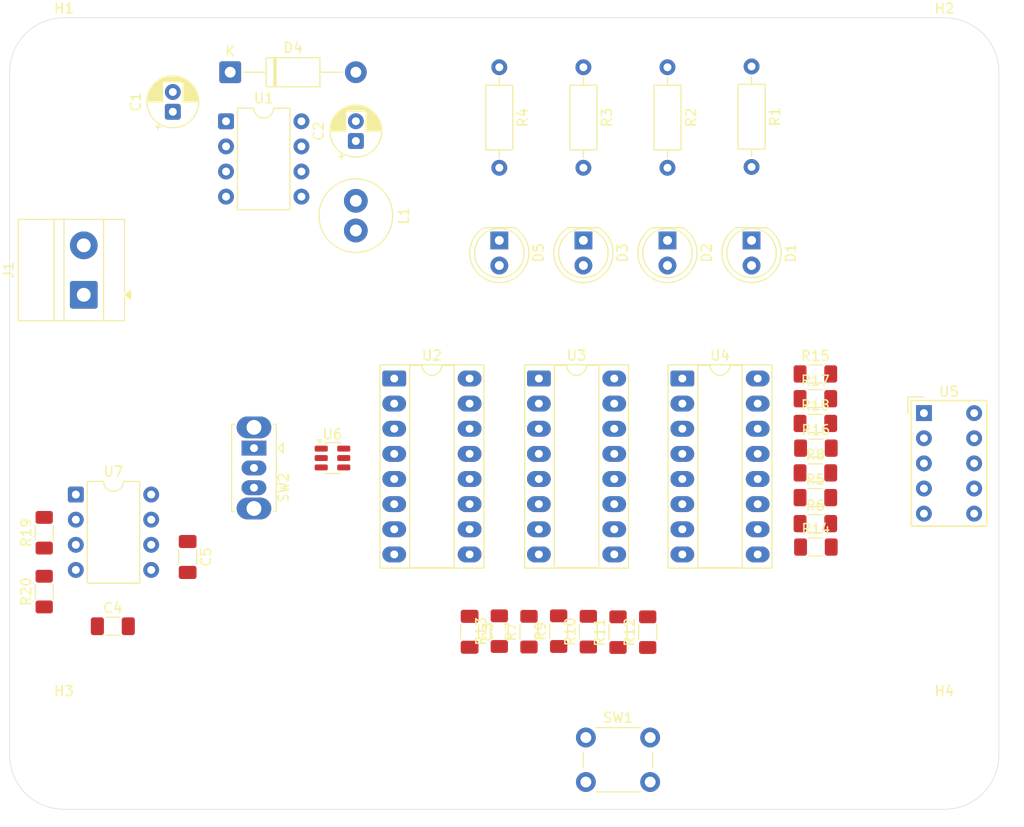
<source format=kicad_pcb>
(kicad_pcb (version 20241229) (generator "pcbnew") (generator_version "9.0")
  (layers (0 "F.Cu" signal) (2 "B.Cu" signal) (13 "F.Paste" user) (15 "B.Paste" user) (5 "F.SilkS" user "F.Silkscreen") (7 "B.SilkS" user "B.Silkscreen") (1 "F.Mask" user) (3 "B.Mask" user) (25 "Edge.Cuts" user))
  (net 0 "")
  (net 1 "VD")
  (net 2 "GND")
  (net 3 "+5V")
  (net 4 "Net-(SW2-A)")
  (net 5 "Net-(U7-THR)")
  (net 6 "Net-(D1-K)")
  (net 7 "Q0")
  (net 8 "Q1")
  (net 9 "Net-(D2-K)")
  (net 10 "Q2")
  (net 11 "Net-(D3-K)")
  (net 12 "Net-(D4-K)")
  (net 13 "Q3")
  (net 14 "Net-(D5-K)")
  (net 15 "Net-(U5-A)")
  (net 16 "Net-(U4-a)")
  (net 17 "Net-(U4-b)")
  (net 18 "Net-(U5-B)")
  (net 19 "Clock")
  (net 20 "Net-(U5-C)")
  (net 21 "Net-(U4-c)")
  (net 22 "Net-(U2A-J)")
  (net 23 "Net-(U2B-J)")
  (net 24 "Net-(U3A-J)")
  (net 25 "Net-(U3B-J)")
  (net 26 "Net-(R13-Pad1)")
  (net 27 "Net-(U5-D)")
  (net 28 "Net-(U4-d)")
  (net 29 "Net-(U4-BI)")
  (net 30 "Net-(U5-E)")
  (net 31 "Net-(U4-e)")
  (net 32 "Net-(U4-f)")
  (net 33 "Net-(U5-F)")
  (net 34 "Net-(U5-G)")
  (net 35 "Net-(U4-g)")
  (net 36 "Net-(U7-DIS)")
  (net 37 "555")
  (net 41 "Reset")
  (net 47 "CLOCK")
  (net 48 "RESET")
  (footprint "Package_DIP:DIP-8_W7.62mm" (layer "F.Cu") (at 122.88 57.46)
    (property "Reference" "U1" (at 3.81 -2.33 0) (layer "F.SilkS"))
    (property "Value" "LM2574N-5")
    (pad "1" thru_hole roundrect (at 0 0) (size 1.6 1.6) (drill 0.8) (layers "*.Cu" "*.Mask") (roundrect_rratio 0.15625) (net 3 "+5V"))
    (pad "2" thru_hole circle (at 0 2.54) (size 1.6 1.6) (drill 0.8) (layers "*.Cu" "*.Mask") (net 2 "GND"))
    (pad "3" thru_hole circle (at 0 5.08) (size 1.6 1.6) (drill 0.8) (layers "*.Cu" "*.Mask") (net 2 "GND"))
    (pad "4" thru_hole circle (at 0 7.62) (size 1.6 1.6) (drill 0.8) (layers "*.Cu" "*.Mask") (net 2 "GND"))
    (pad "5" thru_hole circle (at 7.62 7.62) (size 1.6 1.6) (drill 0.8) (layers "*.Cu" "*.Mask") (net 1 "VD"))
    (pad "6" thru_hole circle (at 7.62 5.08) (size 1.6 1.6) (drill 0.8) (layers "*.Cu" "*.Mask"))
    (pad "7" thru_hole circle (at 7.62 2.54) (size 1.6 1.6) (drill 0.8) (layers "*.Cu" "*.Mask") (net 12 "Net-(D4-K)"))
    (pad "8" thru_hole circle (at 7.62 0) (size 1.6 1.6) (drill 0.8) (layers "*.Cu" "*.Mask"))
  )
  (footprint "Resistor_SMD:R_1206_3216Metric_Pad1.30x1.75mm_HandSolder" (layer "F.Cu") (at 104.5 99.05 90)
    (property "Reference" "R19" (at 0 -1.83 90) (layer "F.SilkS"))
    (property "Value" "47k")
    (pad "1" smd roundrect (at -1.55 0 90) (size 1.3 1.75) (layers "F.Cu" "F.Mask" "F.Paste") (roundrect_rratio 0.192308) (net 3 "+5V"))
    (pad "2" smd roundrect (at 1.55 0 90) (size 1.3 1.75) (layers "F.Cu" "F.Mask" "F.Paste") (roundrect_rratio 0.192308) (net 36 "Net-(U7-DIS)"))
  )
  (footprint "Resistor_SMD:R_1206_3216Metric_Pad1.30x1.75mm_HandSolder" (layer "F.Cu") (at 162.5 109.1 90)
    (property "Reference" "R11" (at 0 -1.83 90) (layer "F.SilkS"))
    (property "Value" "10k")
    (pad "1" smd roundrect (at -1.55 0 90) (size 1.3 1.75) (layers "F.Cu" "F.Mask" "F.Paste") (roundrect_rratio 0.192308) (net 3 "+5V"))
    (pad "2" smd roundrect (at 1.55 0 90) (size 1.3 1.75) (layers "F.Cu" "F.Mask" "F.Paste") (roundrect_rratio 0.192308) (net 24 "Net-(U3A-J)"))
  )
  (footprint "MountingHole:MountingHole_5.5mm" (layer "F.Cu") (at 195.5 121.5)
    (property "Reference" "H4" (at 0 -6.45 0) (layer "F.SilkS"))
    (property "Value" "MountingHole")
    (pad "" np_thru_hole circle (at 0 0) (size 5.5 5.5) (drill 5.5) (layers "*.Cu" "*.Mask"))
  )
  (footprint "Package_DIP:DIP-8_W7.62mm" (layer "F.Cu") (at 107.695 95.19)
    (property "Reference" "U7" (at 3.81 -2.33 0) (layer "F.SilkS"))
    (property "Value" "NE555P")
    (pad "1" thru_hole roundrect (at 0 0) (size 1.6 1.6) (drill 0.8) (layers "*.Cu" "*.Mask") (roundrect_rratio 0.15625) (net 2 "GND"))
    (pad "2" thru_hole circle (at 0 2.54) (size 1.6 1.6) (drill 0.8) (layers "*.Cu" "*.Mask") (net 5 "Net-(U7-THR)"))
    (pad "3" thru_hole circle (at 0 5.08) (size 1.6 1.6) (drill 0.8) (layers "*.Cu" "*.Mask") (net 37 "555"))
    (pad "4" thru_hole circle (at 0 7.62) (size 1.6 1.6) (drill 0.8) (layers "*.Cu" "*.Mask") (net 3 "+5V"))
    (pad "5" thru_hole circle (at 7.62 7.62) (size 1.6 1.6) (drill 0.8) (layers "*.Cu" "*.Mask"))
    (pad "6" thru_hole circle (at 7.62 5.08) (size 1.6 1.6) (drill 0.8) (layers "*.Cu" "*.Mask") (net 5 "Net-(U7-THR)"))
    (pad "7" thru_hole circle (at 7.62 2.54) (size 1.6 1.6) (drill 0.8) (layers "*.Cu" "*.Mask") (net 36 "Net-(U7-DIS)"))
    (pad "8" thru_hole circle (at 7.62 0) (size 1.6 1.6) (drill 0.8) (layers "*.Cu" "*.Mask") (net 3 "+5V"))
  )
  (footprint "Inductor_THT:L_Radial_D7.2mm_P3.00mm_Murata_1700" (layer "F.Cu") (at 136 65.5 -90)
    (property "Reference" "L1" (at 1.5 -4.85 90) (layer "F.SilkS"))
    (property "Value" "330u")
    (pad "1" thru_hole circle (at 0 0 270) (size 2.4 2.4) (drill 1.2) (layers "*.Cu" "*.Mask") (net 12 "Net-(D4-K)"))
    (pad "2" thru_hole circle (at 3 0 270) (size 2.4 2.4) (drill 1.2) (layers "*.Cu" "*.Mask") (net 3 "+5V"))
  )
  (footprint "Resistor_SMD:R_1206_3216Metric_Pad1.30x1.75mm_HandSolder" (layer "F.Cu") (at 104.5 105 90)
    (property "Reference" "R20" (at 0 -1.83 90) (layer "F.SilkS"))
    (property "Value" "47k")
    (pad "1" smd roundrect (at -1.55 0 90) (size 1.3 1.75) (layers "F.Cu" "F.Mask" "F.Paste") (roundrect_rratio 0.192308) (net 36 "Net-(U7-DIS)"))
    (pad "2" smd roundrect (at 1.55 0 90) (size 1.3 1.75) (layers "F.Cu" "F.Mask" "F.Paste") (roundrect_rratio 0.192308) (net 5 "Net-(U7-THR)"))
  )
  (footprint "Capacitor_THT:CP_Radial_D5.0mm_P2.00mm" (layer "F.Cu") (at 136 59.455113 90)
    (property "Reference" "C2" (at 1 -3.75 90) (layer "F.SilkS"))
    (property "Value" "220u")
    (pad "1" thru_hole roundrect (at 0 0 90) (size 1.6 1.6) (drill 0.8) (layers "*.Cu" "*.Mask") (roundrect_rratio 0.15625) (net 3 "+5V"))
    (pad "2" thru_hole circle (at 2 0 90) (size 1.6 1.6) (drill 0.8) (layers "*.Cu" "*.Mask") (net 2 "GND"))
  )
  (footprint "Package_DIP:DIP-16_W7.62mm_Socket_LongPads" (layer "F.Cu") (at 169 83.46)
    (property "Reference" "U4" (at 3.81 -2.33 0) (layer "F.SilkS"))
    (property "Value" "74LS47")
    (pad "1" thru_hole roundrect (at 0 0) (size 2.4 1.6) (drill 0.8) (layers "*.Cu" "*.Mask") (roundrect_rratio 0.15625) (net 8 "Q1"))
    (pad "2" thru_hole oval (at 0 2.54) (size 2.4 1.6) (drill 0.8) (layers "*.Cu" "*.Mask") (net 10 "Q2"))
    (pad "3" thru_hole oval (at 0 5.08) (size 2.4 1.6) (drill 0.8) (layers "*.Cu" "*.Mask") (net 29 "Net-(U4-BI)"))
    (pad "4" thru_hole oval (at 0 7.62) (size 2.4 1.6) (drill 0.8) (layers "*.Cu" "*.Mask") (net 29 "Net-(U4-BI)"))
    (pad "5" thru_hole oval (at 0 10.16) (size 2.4 1.6) (drill 0.8) (layers "*.Cu" "*.Mask") (net 29 "Net-(U4-BI)"))
    (pad "6" thru_hole oval (at 0 12.7) (size 2.4 1.6) (drill 0.8) (layers "*.Cu" "*.Mask") (net 13 "Q3"))
    (pad "7" thru_hole oval (at 0 15.24) (size 2.4 1.6) (drill 0.8) (layers "*.Cu" "*.Mask") (net 7 "Q0"))
    (pad "8" thru_hole oval (at 0 17.78) (size 2.4 1.6) (drill 0.8) (layers "*.Cu" "*.Mask") (net 2 "GND"))
    (pad "9" thru_hole oval (at 7.62 17.78) (size 2.4 1.6) (drill 0.8) (layers "*.Cu" "*.Mask") (net 31 "Net-(U4-e)"))
    (pad "10" thru_hole oval (at 7.62 15.24) (size 2.4 1.6) (drill 0.8) (layers "*.Cu" "*.Mask") (net 28 "Net-(U4-d)"))
    (pad "11" thru_hole oval (at 7.62 12.7) (size 2.4 1.6) (drill 0.8) (layers "*.Cu" "*.Mask") (net 21 "Net-(U4-c)"))
    (pad "12" thru_hole oval (at 7.62 10.16) (size 2.4 1.6) (drill 0.8) (layers "*.Cu" "*.Mask") (net 17 "Net-(U4-b)"))
    (pad "13" thru_hole oval (at 7.62 7.62) (size 2.4 1.6) (drill 0.8) (layers "*.Cu" "*.Mask") (net 16 "Net-(U4-a)"))
    (pad "14" thru_hole oval (at 7.62 5.08) (size 2.4 1.6) (drill 0.8) (layers "*.Cu" "*.Mask") (net 35 "Net-(U4-g)"))
    (pad "15" thru_hole oval (at 7.62 2.54) (size 2.4 1.6) (drill 0.8) (layers "*.Cu" "*.Mask") (net 32 "Net-(U4-f)"))
    (pad "16" thru_hole oval (at 7.62 0) (size 2.4 1.6) (drill 0.8) (layers "*.Cu" "*.Mask"))
  )
  (footprint "LED_THT:LED_D5.0mm" (layer "F.Cu") (at 159 69.5 -90)
    (property "Reference" "D3" (at 1.27 -3.96 90) (layer "F.SilkS"))
    (property "Value" "LED")
    (pad "1" thru_hole rect (at 0 0 270) (size 1.8 1.8) (drill 0.9) (layers "*.Cu" "*.Mask") (net 11 "Net-(D3-K)"))
    (pad "2" thru_hole circle (at 2.54 0 270) (size 1.8 1.8) (drill 0.9) (layers "*.Cu" "*.Mask") (net 10 "Q2"))
  )
  (footprint "Package_DIP:DIP-16_W7.62mm_Socket_LongPads" (layer "F.Cu") (at 139.88 83.46)
    (property "Reference" "U2" (at 3.81 -2.33 0) (layer "F.SilkS"))
    (property "Value" "4027")
    (pad "1" thru_hole roundrect (at 0 0) (size 2.4 1.6) (drill 0.8) (layers "*.Cu" "*.Mask") (roundrect_rratio 0.15625))
    (pad "2" thru_hole oval (at 0 2.54) (size 2.4 1.6) (drill 0.8) (layers "*.Cu" "*.Mask") (net 7 "Q0"))
    (pad "3" thru_hole oval (at 0 5.08) (size 2.4 1.6) (drill 0.8) (layers "*.Cu" "*.Mask") (net 19 "Clock"))
    (pad "4" thru_hole oval (at 0 7.62) (size 2.4 1.6) (drill 0.8) (layers "*.Cu" "*.Mask") (net 2 "GND"))
    (pad "5" thru_hole oval (at 0 10.16) (size 2.4 1.6) (drill 0.8) (layers "*.Cu" "*.Mask") (net 22 "Net-(U2A-J)"))
    (pad "6" thru_hole oval (at 0 12.7) (size 2.4 1.6) (drill 0.8) (layers "*.Cu" "*.Mask") (net 22 "Net-(U2A-J)"))
    (pad "7" thru_hole oval (at 0 15.24) (size 2.4 1.6) (drill 0.8) (layers "*.Cu" "*.Mask") (net 41 "Reset"))
    (pad "8" thru_hole oval (at 0 17.78) (size 2.4 1.6) (drill 0.8) (layers "*.Cu" "*.Mask") (net 2 "GND"))
    (pad "9" thru_hole oval (at 7.62 17.78) (size 2.4 1.6) (drill 0.8) (layers "*.Cu" "*.Mask") (net 41 "Reset"))
    (pad "10" thru_hole oval (at 7.62 15.24) (size 2.4 1.6) (drill 0.8) (layers "*.Cu" "*.Mask") (net 23 "Net-(U2B-J)"))
    (pad "11" thru_hole oval (at 7.62 12.7) (size 2.4 1.6) (drill 0.8) (layers "*.Cu" "*.Mask") (net 23 "Net-(U2B-J)"))
    (pad "12" thru_hole oval (at 7.62 10.16) (size 2.4 1.6) (drill 0.8) (layers "*.Cu" "*.Mask") (net 2 "GND"))
    (pad "13" thru_hole oval (at 7.62 7.62) (size 2.4 1.6) (drill 0.8) (layers "*.Cu" "*.Mask") (net 7 "Q0"))
    (pad "14" thru_hole oval (at 7.62 5.08) (size 2.4 1.6) (drill 0.8) (layers "*.Cu" "*.Mask") (net 8 "Q1"))
    (pad "15" thru_hole oval (at 7.62 2.54) (size 2.4 1.6) (drill 0.8) (layers "*.Cu" "*.Mask"))
    (pad "16" thru_hole oval (at 7.62 0) (size 2.4 1.6) (drill 0.8) (layers "*.Cu" "*.Mask") (net 3 "+5V"))
  )
  (footprint "LED_THT:LED_D5.0mm" (layer "F.Cu") (at 176 69.5 -90)
    (property "Reference" "D1" (at 1.27 -3.96 90) (layer "F.SilkS"))
    (property "Value" "~")
    (pad "1" thru_hole rect (at 0 0 270) (size 1.8 1.8) (drill 0.9) (layers "*.Cu" "*.Mask") (net 6 "Net-(D1-K)"))
    (pad "2" thru_hole circle (at 2.54 0 270) (size 1.8 1.8) (drill 0.9) (layers "*.Cu" "*.Mask") (net 7 "Q0"))
  )
  (footprint "Resistor_SMD:R_1206_3216Metric_Pad1.30x1.75mm_HandSolder" (layer "F.Cu") (at 182.45 83)
    (property "Reference" "R15" (at 0 -1.83 0) (layer "F.SilkS"))
    (property "Value" "10k")
    (pad "1" smd roundrect (at -1.55 0) (size 1.3 1.75) (layers "F.Cu" "F.Mask" "F.Paste") (roundrect_rratio 0.192308) (net 3 "+5V"))
    (pad "2" smd roundrect (at 1.55 0) (size 1.3 1.75) (layers "F.Cu" "F.Mask" "F.Paste") (roundrect_rratio 0.192308) (net 29 "Net-(U4-BI)"))
  )
  (footprint "Capacitor_THT:CP_Radial_D5.0mm_P2.00mm" (layer "F.Cu") (at 117.5 56.5 90)
    (property "Reference" "C1" (at 1 -3.75 90) (layer "F.SilkS"))
    (property "Value" "22u")
    (pad "1" thru_hole roundrect (at 0 0 90) (size 1.6 1.6) (drill 0.8) (layers "*.Cu" "*.Mask") (roundrect_rratio 0.15625) (net 1 "VD"))
    (pad "2" thru_hole circle (at 2 0 90) (size 1.6 1.6) (drill 0.8) (layers "*.Cu" "*.Mask") (net 2 "GND"))
  )
  (footprint "Resistor_THT:R_Axial_DIN0207_L6.3mm_D2.5mm_P10.16mm_Horizontal" (layer "F.Cu") (at 167.5 52 -90)
    (property "Reference" "R2" (at 5.08 -2.37 90) (layer "F.SilkS"))
    (property "Value" "4k7")
    (pad "1" thru_hole circle (at 0 0 270) (size 1.6 1.6) (drill 0.8) (layers "*.Cu" "*.Mask") (net 2 "GND"))
    (pad "2" thru_hole circle (at 10.16 0 270) (size 1.6 1.6) (drill 0.8) (layers "*.Cu" "*.Mask") (net 9 "Net-(D2-K)"))
  )
  (footprint "Resistor_SMD:R_1206_3216Metric_Pad1.30x1.75mm_HandSolder" (layer "F.Cu") (at 182.45 95.5)
    (property "Reference" "R5" (at 0 -1.83 0) (layer "F.SilkS"))
    (property "Value" "2k")
    (pad "1" smd roundrect (at -1.55 0) (size 1.3 1.75) (layers "F.Cu" "F.Mask" "F.Paste") (roundrect_rratio 0.192308) (net 16 "Net-(U4-a)"))
    (pad "2" smd roundrect (at 1.55 0) (size 1.3 1.75) (layers "F.Cu" "F.Mask" "F.Paste") (roundrect_rratio 0.192308) (net 15 "Net-(U5-A)"))
  )
  (footprint "LED_THT:LED_D5.0mm" (layer "F.Cu") (at 167.5 69.5 -90)
    (property "Reference" "D2" (at 1.27 -3.96 90) (layer "F.SilkS"))
    (property "Value" "LED")
    (pad "1" thru_hole rect (at 0 0 270) (size 1.8 1.8) (drill 0.9) (layers "*.Cu" "*.Mask") (net 9 "Net-(D2-K)"))
    (pad "2" thru_hole circle (at 2.54 0 270) (size 1.8 1.8) (drill 0.9) (layers "*.Cu" "*.Mask") (net 8 "Q1"))
  )
  (footprint "Package_DIP:DIP-16_W7.62mm_Socket_LongPads" (layer "F.Cu") (at 154.5 83.46)
    (property "Reference" "U3" (at 3.81 -2.33 0) (layer "F.SilkS"))
    (property "Value" "4027")
    (pad "1" thru_hole roundrect (at 0 0) (size 2.4 1.6) (drill 0.8) (layers "*.Cu" "*.Mask") (roundrect_rratio 0.15625))
    (pad "2" thru_hole oval (at 0 2.54) (size 2.4 1.6) (drill 0.8) (layers "*.Cu" "*.Mask") (net 10 "Q2"))
    (pad "3" thru_hole oval (at 0 5.08) (size 2.4 1.6) (drill 0.8) (layers "*.Cu" "*.Mask") (net 8 "Q1"))
    (pad "4" thru_hole oval (at 0 7.62) (size 2.4 1.6) (drill 0.8) (layers "*.Cu" "*.Mask") (net 2 "GND"))
    (pad "5" thru_hole oval (at 0 10.16) (size 2.4 1.6) (drill 0.8) (layers "*.Cu" "*.Mask") (net 24 "Net-(U3A-J)"))
    (pad "6" thru_hole oval (at 0 12.7) (size 2.4 1.6) (drill 0.8) (layers "*.Cu" "*.Mask") (net 24 "Net-(U3A-J)"))
    (pad "7" thru_hole oval (at 0 15.24) (size 2.4 1.6) (drill 0.8) (layers "*.Cu" "*.Mask") (net 41 "Reset"))
    (pad "8" thru_hole oval (at 0 17.78) (size 2.4 1.6) (drill 0.8) (layers "*.Cu" "*.Mask") (net 2 "GND"))
    (pad "9" thru_hole oval (at 7.62 17.78) (size 2.4 1.6) (drill 0.8) (layers "*.Cu" "*.Mask") (net 41 "Reset"))
    (pad "10" thru_hole oval (at 7.62 15.24) (size 2.4 1.6) (drill 0.8) (layers "*.Cu" "*.Mask") (net 25 "Net-(U3B-J)"))
    (pad "11" thru_hole oval (at 7.62 12.7) (size 2.4 1.6) (drill 0.8) (layers "*.Cu" "*.Mask") (net 25 "Net-(U3B-J)"))
    (pad "12" thru_hole oval (at 7.62 10.16) (size 2.4 1.6) (drill 0.8) (layers "*.Cu" "*.Mask") (net 2 "GND"))
    (pad "13" thru_hole oval (at 7.62 7.62) (size 2.4 1.6) (drill 0.8) (layers "*.Cu" "*.Mask") (net 10 "Q2"))
    (pad "14" thru_hole oval (at 7.62 5.08) (size 2.4 1.6) (drill 0.8) (layers "*.Cu" "*.Mask") (net 13 "Q3"))
    (pad "15" thru_hole oval (at 7.62 2.54) (size 2.4 1.6) (drill 0.8) (layers "*.Cu" "*.Mask"))
    (pad "16" thru_hole oval (at 7.62 0) (size 2.4 1.6) (drill 0.8) (layers "*.Cu" "*.Mask") (net 3 "+5V"))
  )
  (footprint "Capacitor_SMD:C_1206_3216Metric_Pad1.33x1.80mm_HandSolder" (layer "F.Cu") (at 119 101.5 -90)
    (property "Reference" "C5" (at 0 -1.85 90) (layer "F.SilkS"))
    (property "Value" "10u")
    (pad "1" smd roundrect (at -1.5625 0 270) (size 1.325 1.8) (layers "F.Cu" "F.Mask" "F.Paste") (roundrect_rratio 0.188679) (net 5 "Net-(U7-THR)"))
    (pad "2" smd roundrect (at 1.5625 0 270) (size 1.325 1.8) (layers "F.Cu" "F.Mask" "F.Paste") (roundrect_rratio 0.188679) (net 2 "GND"))
  )
  (footprint "Button_Switch_THT:SW_PUSH_6mm_H4.3mm" (layer "F.Cu") (at 159.25 119.75)
    (property "Reference" "SW1" (at 3.25 -2 0) (layer "F.SilkS"))
    (property "Value" "~")
    (pad "1" thru_hole circle (at 0 0 90) (size 2 2) (drill 1.1) (layers "*.Cu" "*.Mask") (net 2 "GND"))
    (pad "1" thru_hole circle (at 6.5 0 90) (size 2 2) (drill 1.1) (layers "*.Cu" "*.Mask") (net 2 "GND"))
    (pad "2" thru_hole circle (at 0 4.5 90) (size 2 2) (drill 1.1) (layers "*.Cu" "*.Mask") (net 2 "GND"))
    (pad "2" thru_hole circle (at 6.5 4.5 90) (size 2 2) (drill 1.1) (layers "*.Cu" "*.Mask") (net 2 "GND"))
  )
  (footprint "Resistor_THT:R_Axial_DIN0207_L6.3mm_D2.5mm_P10.16mm_Horizontal" (layer "F.Cu") (at 159 52 -90)
    (property "Reference" "R3" (at 5.08 -2.37 90) (layer "F.SilkS"))
    (property "Value" "4k7")
    (pad "1" thru_hole circle (at 0 0 270) (size 1.6 1.6) (drill 0.8) (layers "*.Cu" "*.Mask") (net 11 "Net-(D3-K)"))
    (pad "2" thru_hole circle (at 10.16 0 270) (size 1.6 1.6) (drill 0.8) (layers "*.Cu" "*.Mask") (net 2 "GND"))
  )
  (footprint "Capacitor_SMD:C_1206_3216Metric_Pad1.33x1.80mm_HandSolder" (layer "F.Cu") (at 111.4375 108.5)
    (property "Reference" "C4" (at 0 -1.85 0) (layer "F.SilkS"))
    (property "Value" "100n")
    (pad "1" smd roundrect (at -1.5625 0) (size 1.325 1.8) (layers "F.Cu" "F.Mask" "F.Paste") (roundrect_rratio 0.188679) (net 3 "+5V"))
    (pad "2" smd roundrect (at 1.5625 0) (size 1.325 1.8) (layers "F.Cu" "F.Mask" "F.Paste") (roundrect_rratio 0.188679) (net 2 "GND"))
  )
  (footprint "Resistor_THT:R_Axial_DIN0207_L6.3mm_D2.5mm_P10.16mm_Horizontal" (layer "F.Cu") (at 176 51.92 -90)
    (property "Reference" "R1" (at 5.08 -2.37 90) (layer "F.SilkS"))
    (property "Value" "4k7")
    (pad "1" thru_hole circle (at 0 0 270) (size 1.6 1.6) (drill 0.8) (layers "*.Cu" "*.Mask") (net 6 "Net-(D1-K)"))
    (pad "2" thru_hole circle (at 10.16 0 270) (size 1.6 1.6) (drill 0.8) (layers "*.Cu" "*.Mask") (net 2 "GND"))
  )
  (footprint "Resistor_THT:R_Axial_DIN0207_L6.3mm_D2.5mm_P10.16mm_Horizontal" (layer "F.Cu") (at 150.5 52 -90)
    (property "Reference" "R4" (at 5.08 -2.37 90) (layer "F.SilkS"))
    (property "Value" "4k7")
    (pad "1" thru_hole circle (at 0 0 270) (size 1.6 1.6) (drill 0.8) (layers "*.Cu" "*.Mask") (net 14 "Net-(D5-K)"))
    (pad "2" thru_hole circle (at 10.16 0 270) (size 1.6 1.6) (drill 0.8) (layers "*.Cu" "*.Mask") (net 2 "GND"))
  )
  (footprint "Resistor_SMD:R_1206_3216Metric_Pad1.30x1.75mm_HandSolder" (layer "F.Cu") (at 182.5 100.5)
    (property "Reference" "R14" (at 0 -1.83 0) (layer "F.SilkS"))
    (property "Value" "2k")
    (pad "1" smd roundrect (at -1.55 0) (size 1.3 1.75) (layers "F.Cu" "F.Mask" "F.Paste") (roundrect_rratio 0.192308) (net 28 "Net-(U4-d)"))
    (pad "2" smd roundrect (at 1.55 0) (size 1.3 1.75) (layers "F.Cu" "F.Mask" "F.Paste") (roundrect_rratio 0.192308) (net 27 "Net-(U5-D)"))
  )
  (footprint "Resistor_SMD:R_1206_3216Metric_Pad1.30x1.75mm_HandSolder" (layer "F.Cu") (at 153.5 109.05 90)
    (property "Reference" "R7" (at 0 -1.83 90) (layer "F.SilkS"))
    (property "Value" "10K")
    (pad "1" smd roundrect (at -1.55 0 90) (size 1.3 1.75) (layers "F.Cu" "F.Mask" "F.Paste") (roundrect_rratio 0.192308) (net 3 "+5V"))
    (pad "2" smd roundrect (at 1.55 0 90) (size 1.3 1.75) (layers "F.Cu" "F.Mask" "F.Paste") (roundrect_rratio 0.192308) (net 19 "Clock"))
  )
  (footprint "Capacitor_SMD:C_1206_3216Metric_Pad1.33x1.80mm_HandSolder" (layer "F.Cu") (at 147.5 109.0625 -90)
    (property "Reference" "C3" (at 0 -1.85 90) (layer "F.SilkS"))
    (property "Value" "1u")
    (pad "1" smd roundrect (at -1.5625 0 270) (size 1.325 1.8) (layers "F.Cu" "F.Mask" "F.Paste") (roundrect_rratio 0.188679) (net 2 "GND"))
    (pad "2" smd roundrect (at 1.5625 0 270) (size 1.325 1.8) (layers "F.Cu" "F.Mask" "F.Paste") (roundrect_rratio 0.188679) (net 4 "Net-(SW2-A)"))
  )
  (footprint "MountingHole:MountingHole_5.5mm" (layer "F.Cu") (at 106.5 121.5)
    (property "Reference" "H3" (at 0 -6.45 0) (layer "F.SilkS"))
    (property "Value" "MountingHole")
    (pad "" np_thru_hole circle (at 0 0) (size 5.5 5.5) (drill 5.5) (layers "*.Cu" "*.Mask"))
  )
  (footprint "Resistor_SMD:R_1206_3216Metric_Pad1.30x1.75mm_HandSolder" (layer "F.Cu") (at 165.5 109.1 90)
    (property "Reference" "R12" (at 0 -1.83 90) (layer "F.SilkS"))
    (property "Value" "10k")
    (pad "1" smd roundrect (at -1.55 0 90) (size 1.3 1.75) (layers "F.Cu" "F.Mask" "F.Paste") (roundrect_rratio 0.192308) (net 3 "+5V"))
    (pad "2" smd roundrect (at 1.55 0 90) (size 1.3 1.75) (layers "F.Cu" "F.Mask" "F.Paste") (roundrect_rratio 0.192308) (net 25 "Net-(U3B-J)"))
  )
  (footprint "Resistor_SMD:R_1206_3216Metric_Pad1.30x1.75mm_HandSolder" (layer "F.Cu") (at 182.45 93)
    (property "Reference" "R8" (at 0 -1.83 0) (layer "F.SilkS"))
    (property "Value" "2k")
    (pad "1" smd roundrect (at -1.55 0) (size 1.3 1.75) (layers "F.Cu" "F.Mask" "F.Paste") (roundrect_rratio 0.192308) (net 21 "Net-(U4-c)"))
    (pad "2" smd roundrect (at 1.55 0) (size 1.3 1.75) (layers "F.Cu" "F.Mask" "F.Paste") (roundrect_rratio 0.192308) (net 20 "Net-(U5-C)"))
  )
  (footprint "MountingHole:MountingHole_5.5mm" (layer "F.Cu") (at 106.5 52.5)
    (property "Reference" "H1" (at 0 -6.45 0) (layer "F.SilkS"))
    (property "Value" "MountingHole")
    (pad "" np_thru_hole circle (at 0 0) (size 5.5 5.5) (drill 5.5) (layers "*.Cu" "*.Mask"))
  )
  (footprint "MountingHole:MountingHole_5.5mm" (layer "F.Cu") (at 195.5 52.5)
    (property "Reference" "H2" (at 0 -6.45 0) (layer "F.SilkS"))
    (property "Value" "MountingHole")
    (pad "" np_thru_hole circle (at 0 0) (size 5.5 5.5) (drill 5.5) (layers "*.Cu" "*.Mask"))
  )
  (footprint "Resistor_SMD:R_1206_3216Metric_Pad1.30x1.75mm_HandSolder" (layer "F.Cu") (at 182.45 88)
    (property "Reference" "R18" (at 0 -1.83 0) (layer "F.SilkS"))
    (property "Value" "2k" (hide yes))
    (pad "1" smd roundrect (at -1.55 0) (size 1.3 1.75) (layers "F.Cu" "F.Mask" "F.Paste") (roundrect_rratio 0.192308) (net 35 "Net-(U4-g)"))
    (pad "2" smd roundrect (at 1.55 0) (size 1.3 1.75) (layers "F.Cu" "F.Mask" "F.Paste") (roundrect_rratio 0.192308) (net 34 "Net-(U5-G)"))
  )
  (footprint "Resistor_SMD:R_1206_3216Metric_Pad1.30x1.75mm_HandSolder" (layer "F.Cu") (at 159.5 109.05 90)
    (property "Reference" "R10" (at 0 -1.83 90) (layer "F.SilkS"))
    (property "Value" "10k")
    (pad "1" smd roundrect (at -1.55 0 90) (size 1.3 1.75) (layers "F.Cu" "F.Mask" "F.Paste") (roundrect_rratio 0.192308) (net 3 "+5V"))
    (pad "2" smd roundrect (at 1.55 0 90) (size 1.3 1.75) (layers "F.Cu" "F.Mask" "F.Paste") (roundrect_rratio 0.192308) (net 23 "Net-(U2B-J)"))
  )
  (footprint "LED_THT:LED_D5.0mm" (layer "F.Cu") (at 150.5 69.5 -90)
    (property "Reference" "D5" (at 1.27 -3.96 90) (layer "F.SilkS"))
    (property "Value" "LED")
    (pad "1" thru_hole rect (at 0 0 270) (size 1.8 1.8) (drill 0.9) (layers "*.Cu" "*.Mask") (net 14 "Net-(D5-K)"))
    (pad "2" thru_hole circle (at 2.54 0 270) (size 1.8 1.8) (drill 0.9) (layers "*.Cu" "*.Mask") (net 13 "Q3"))
  )
  (footprint "Resistor_SMD:R_1206_3216Metric_Pad1.30x1.75mm_HandSolder" (layer "F.Cu") (at 156.5 109 90)
    (property "Reference" "R9" (at 0 -1.83 90) (layer "F.SilkS"))
    (property "Value" "10k" (hide yes))
    (pad "1" smd roundrect (at -1.55 0 90) (size 1.3 1.75) (layers "F.Cu" "F.Mask" "F.Paste") (roundrect_rratio 0.192308) (net 3 "+5V"))
    (pad "2" smd roundrect (at 1.55 0 90) (size 1.3 1.75) (layers "F.Cu" "F.Mask" "F.Paste") (roundrect_rratio 0.192308) (net 22 "Net-(U2A-J)"))
  )
  (footprint "Resistor_SMD:R_1206_3216Metric_Pad1.30x1.75mm_HandSolder" (layer "F.Cu") (at 182.45 98.13)
    (property "Reference" "R6" (at 0 -1.83 0) (layer "F.SilkS"))
    (property "Value" "2k")
    (pad "1" smd roundrect (at -1.55 0) (size 1.3 1.75) (layers "F.Cu" "F.Mask" "F.Paste") (roundrect_rratio 0.192308) (net 17 "Net-(U4-b)"))
    (pad "2" smd roundrect (at 1.55 0) (size 1.3 1.75) (layers "F.Cu" "F.Mask" "F.Paste") (roundrect_rratio 0.192308) (net 18 "Net-(U5-B)"))
  )
  (footprint "Button_Switch_THT:SW_Slide_SPDT_Straight_CK_OS102011MS2Q" (layer "F.Cu") (at 125.7025 90.5 -90)
    (property "Reference" "SW2" (at 3.99 -2.99 90) (layer "F.SilkS"))
    (property "Value" "~")
    (pad "" thru_hole oval (at -2.1 0 270) (size 2.2 3.5) (drill 1.5) (layers "*.Cu" "*.Mask"))
    (pad "" thru_hole oval (at 6.1 0 270) (size 2.2 3.5) (drill 1.5) (layers "*.Cu" "*.Mask"))
    (pad "1" thru_hole rect (at 0 0 270) (size 1.5 2.5) (drill 0.8) (layers "*.Cu" "*.Mask") (net 37 "555"))
    (pad "2" thru_hole oval (at 2 0 270) (size 1.5 2.5) (drill 0.8) (layers "*.Cu" "*.Mask") (net 19 "Clock"))
    (pad "3" thru_hole oval (at 4 0 270) (size 1.5 2.5) (drill 0.8) (layers "*.Cu" "*.Mask") (net 4 "Net-(SW2-A)"))
  )
  (footprint "Display_7Segment:HDSP-7401" (layer "F.Cu") (at 193.42 86.96)
    (property "Reference" "U5" (at 2.54 -2.159 0) (layer "F.SilkS"))
    (property "Value" "FYS-3911BUHR-21")
    (pad "1" thru_hole rect (at 0 0) (size 1.6 1.6) (drill 0.8) (layers "*.Cu" "*.Mask") (net 3 "+5V"))
    (pad "2" thru_hole circle (at 0 2.54) (size 1.6 1.6) (drill 0.8) (layers "*.Cu" "*.Mask") (net 33 "Net-(U5-F)"))
    (pad "3" thru_hole circle (at 0 5.08) (size 1.6 1.6) (drill 0.8) (layers "*.Cu" "*.Mask") (net 34 "Net-(U5-G)"))
    (pad "4" thru_hole circle (at 0 7.62) (size 1.6 1.6) (drill 0.8) (layers "*.Cu" "*.Mask") (net 30 "Net-(U5-E)"))
    (pad "5" thru_hole circle (at 0 10.16) (size 1.6 1.6) (drill 0.8) (layers "*.Cu" "*.Mask") (net 27 "Net-(U5-D)"))
    (pad "6" thru_hole circle (at 5.08 10.16) (size 1.6 1.6) (drill 0.8) (layers "*.Cu" "*.Mask") (net 3 "+5V"))
    (pad "7" thru_hole circle (at 5.08 7.62) (size 1.6 1.6) (drill 0.8) (layers "*.Cu" "*.Mask"))
    (pad "8" thru_hole circle (at 5.08 5.08) (size 1.6 1.6) (drill 0.8) (layers "*.Cu" "*.Mask") (net 20 "Net-(U5-C)"))
    (pad "9" thru_hole circle (at 5.08 2.54) (size 1.6 1.6) (drill 0.8) (layers "*.Cu" "*.Mask") (net 18 "Net-(U5-B)"))
    (pad "10" thru_hole circle (at 5.08 0) (size 1.6 1.6) (drill 0.8) (layers "*.Cu" "*.Mask") (net 15 "Net-(U5-A)"))
  )
  (footprint "Resistor_SMD:R_1206_3216Metric_Pad1.30x1.75mm_HandSolder" (layer "F.Cu") (at 182.45 85.5)
    (property "Reference" "R17" (at 0 -1.83 0) (layer "F.SilkS"))
    (property "Value" "2k")
    (pad "1" smd roundrect (at -1.55 0) (size 1.3 1.75) (layers "F.Cu" "F.Mask" "F.Paste") (roundrect_rratio 0.192308) (net 32 "Net-(U4-f)"))
    (pad "2" smd roundrect (at 1.55 0) (size 1.3 1.75) (layers "F.Cu" "F.Mask" "F.Paste") (roundrect_rratio 0.192308) (net 33 "Net-(U5-F)"))
  )
  (footprint "Resistor_SMD:R_1206_3216Metric_Pad1.30x1.75mm_HandSolder" (layer "F.Cu") (at 182.5 90.5)
    (property "Reference" "R16" (at 0 -1.83 0) (layer "F.SilkS"))
    (property "Value" "2k")
    (pad "1" smd roundrect (at -1.55 0) (size 1.3 1.75) (layers "F.Cu" "F.Mask" "F.Paste") (roundrect_rratio 0.192308) (net 31 "Net-(U4-e)"))
    (pad "2" smd roundrect (at 1.55 0) (size 1.3 1.75) (layers "F.Cu" "F.Mask" "F.Paste") (roundrect_rratio 0.192308) (net 30 "Net-(U5-E)"))
  )
  (footprint "TerminalBlock_MetzConnect:TerminalBlock_MetzConnect_Type011_RT05502HBLC_1x02_P5.00mm_Horizontal" (layer "F.Cu") (at 108.5 75 90)
    (property "Reference" "J1" (at 2.5 -7.62 90) (layer "F.SilkS"))
    (property "Value" "~")
    (pad "1" thru_hole roundrect (at 0 0 90) (size 2.8 2.8) (drill 1.4) (layers "*.Cu" "*.Mask") (roundrect_rratio 0.089286) (net 2 "GND"))
    (pad "2" thru_hole circle (at 5 0 90) (size 2.8 2.8) (drill 1.4) (layers "*.Cu" "*.Mask") (net 1 "VD"))
  )
  (footprint "Resistor_SMD:R_1206_3216Metric_Pad1.30x1.75mm_HandSolder" (layer "F.Cu") (at 150.5 109 90)
    (property "Reference" "R13" (at 0 -1.83 90) (layer "F.SilkS"))
    (property "Value" "2k" (hide yes))
    (pad "1" smd roundrect (at -1.55 0 90) (size 1.3 1.75) (layers "F.Cu" "F.Mask" "F.Paste") (roundrect_rratio 0.192308) (net 26 "Net-(R13-Pad1)"))
    (pad "2" smd roundrect (at 1.55 0 90) (size 1.3 1.75) (layers "F.Cu" "F.Mask" "F.Paste") (roundrect_rratio 0.192308) (net 4 "Net-(SW2-A)"))
  )
  (footprint "Diode_THT:D_DO-41_SOD81_P12.70mm_Horizontal" (layer "F.Cu") (at 123.3 52.5)
    (property "Reference" "D4" (at 6.35 -2.47 0) (layer "F.SilkS"))
    (property "Value" "11DQ06")
    (fp_text user "K" (at 0 -2.1 0) (layer "F.SilkS"))
    (pad "1" thru_hole roundrect (at 0 0) (size 2.2 2.2) (drill 1.1) (layers "*.Cu" "*.Mask") (roundrect_rratio 0.113636) (net 12 "Net-(D4-K)"))
    (pad "2" thru_hole circle (at 12.7 0) (size 2.2 2.2) (drill 1.1) (layers "*.Cu" "*.Mask") (net 2 "GND"))
  )
  (footprint "Package_TO_SOT_SMD:SOT-23-6" (layer "F.Cu") (at 133.6375 91.5)
    (property "Reference" "U6" (at 0 -2.4 0) (layer "F.SilkS"))
    (property "Value" "~")
    (pad "1" smd roundrect (at -1.1375 -0.95) (size 1.325 0.6) (layers "F.Cu" "F.Mask" "F.Paste") (net 8 "Q1"))
    (pad "2" smd roundrect (at -1.1375 0) (size 1.325 0.6) (layers "F.Cu" "F.Mask" "F.Paste") (net 2 "GND"))
    (pad "3" smd roundrect (at -1.1375 0.95) (size 1.325 0.6) (layers "F.Cu" "F.Mask" "F.Paste") (net 13 "Q3"))
    (pad "4" smd roundrect (at 1.1375 0.95) (size 1.325 0.6) (layers "F.Cu" "F.Mask" "F.Paste") (net 48 "RESET"))
    (pad "5" smd roundrect (at 1.1375 0) (size 1.325 0.6) (layers "F.Cu" "F.Mask" "F.Paste") (net 3 "+5V"))
    (pad "6" smd roundrect (at 1.1375 -0.95) (size 1.325 0.6) (layers "F.Cu" "F.Mask" "F.Paste") (net 47 "CLOCK"))
  )
  (gr_arc (start 106.5 127) (mid 102.610913 125.389087) (end 101 121.5) (stroke (width 0.05)) (layer "Edge.Cuts"))
  (gr_arc (start 195.5 47) (mid 199.389087 48.610913) (end 201 52.5) (stroke (width 0.05)) (layer "Edge.Cuts"))
  (gr_line (start 106.5 47) (end 195.5 47) (stroke (width 0.05)) (layer "Edge.Cuts"))
  (gr_arc (start 101 52.5) (mid 102.610913 48.610913) (end 106.5 47) (stroke (width 0.05)) (layer "Edge.Cuts"))
  (gr_line (start 201 52.5) (end 201 121.5) (stroke (width 0.05)) (layer "Edge.Cuts"))
  (gr_line (start 195.5 127) (end 106.5 127) (stroke (width 0.05)) (layer "Edge.Cuts"))
  (gr_line (start 101 121.5) (end 101 52.5) (stroke (width 0.05)) (layer "Edge.Cuts"))
  (gr_arc (start 201 121.5) (mid 199.389087 125.389087) (end 195.5 127) (stroke (width 0.05)) (layer "Edge.Cuts"))
)
</source>
